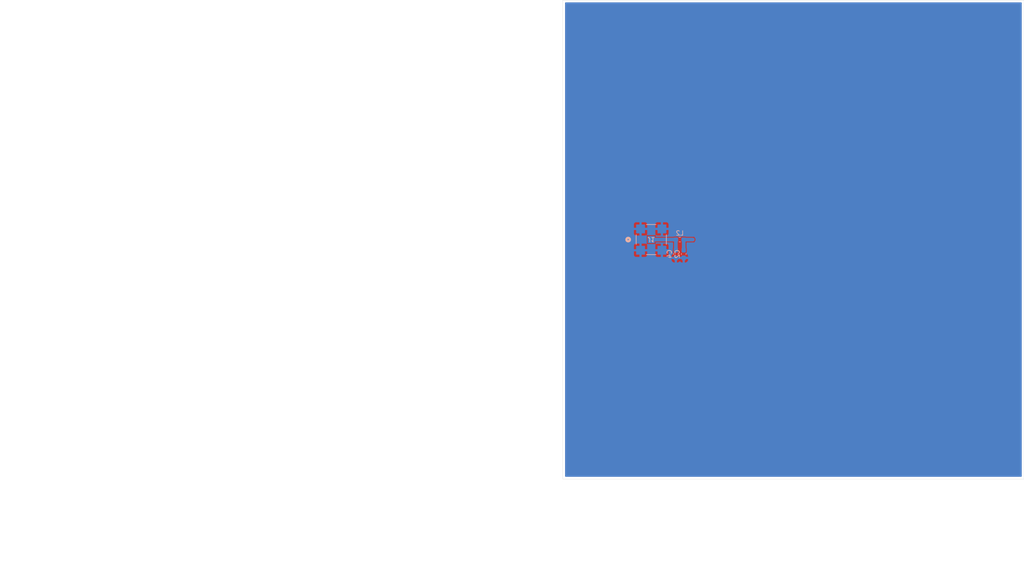
<source format=kicad_pcb>
(kicad_pcb (version 20241229) (generator "pcbnew") (generator_version "9.0")
  (layers (0 "F.Cu" signal) (2 "B.Cu" signal) (13 "F.Paste" user) (15 "B.Paste" user) (5 "F.SilkS" user "F.Silkscreen") (7 "B.SilkS" user "B.Silkscreen") (1 "F.Mask" user) (3 "B.Mask" user) (25 "Edge.Cuts" user))
  (net 0 "")
  (net 1 "GND")
  (net 2 "/RF_IN")
  (net 3 "/Antenna_In")
  (footprint "Inductor_SMD:L_0603_1608Metric_Pad1.05x0.95mm_HandSolder" (layer "B.Cu") (at 199.725 125 180)
    (property "Reference" "L2" (at 0 1.43 180) (layer "B.SilkS") (effects (justify mirror)))
    (property "Value" "DNI")
    (fp_line (start -0.171267 0.51) (end 0.171267 0.51) (stroke (width 0.12)) (layer "B.SilkS"))
    (fp_line (start -0.171267 -0.51) (end 0.171267 -0.51) (stroke (width 0.12)) (layer "B.SilkS"))
    (pad "1" smd roundrect (at -0.875 0 180) (size 1.05 0.95) (layers "B.Cu" "B.Mask" "B.Paste") (net 2 "/RF_IN"))
    (pad "2" smd roundrect (at 0.875 0 180) (size 1.05 0.95) (layers "B.Cu" "B.Mask" "B.Paste") (net 3 "/Antenna_In"))
  )
  (footprint "Capacitor_SMD:C_0603_1608Metric_Pad1.08x0.95mm_HandSolder" (layer "B.Cu") (at 200.6 128.2125 -90)
    (property "Reference" "C2" (at 0 1.43 90) (layer "B.SilkS") (effects (justify mirror)))
    (property "Value" "DNI")
    (fp_line (start -0.146267 0.51) (end 0.146267 0.51) (stroke (width 0.12)) (layer "B.SilkS"))
    (fp_line (start -0.146267 -0.51) (end 0.146267 -0.51) (stroke (width 0.12)) (layer "B.SilkS"))
    (pad "1" smd roundrect (at -0.8625 0 270) (size 1.075 0.95) (layers "B.Cu" "B.Mask" "B.Paste") (net 2 "/RF_IN"))
    (pad "2" smd roundrect (at 0.8625 0 270) (size 1.075 0.95) (layers "B.Cu" "B.Mask" "B.Paste") (net 1 "GND"))
  )
  (footprint "SMA-CONN:CONN_732511350_MOL" (layer "B.Cu") (at 193.3751 125)
    (property "Reference" "J1" (at 0 0 180) (layer "B.SilkS") (effects (justify mirror)))
    (property "Value" "Conn_Coaxial")
    (fp_line (start -3.3528 1.06426) (end -3.3528 -1.06426) (stroke (width 0.1524)) (layer "B.SilkS"))
    (fp_line (start -1.06426 -3.3528) (end 1.06426 -3.3528) (stroke (width 0.1524)) (layer "B.SilkS"))
    (fp_line (start 1.06426 3.3528) (end -1.06426 3.3528) (stroke (width 0.1524)) (layer "B.SilkS"))
    (fp_line (start 3.3528 -1.06426) (end 3.3528 1.06426) (stroke (width 0.1524)) (layer "B.SilkS"))
    (fp_circle (center -5.1308 0) (end -4.7498 0) (stroke (width 0.508)) (fill no) (layer "B.SilkS"))
    (pad "1" smd rect (at 0 0) (size 1.5748 1.5748) (layers "B.Cu" "B.Mask" "B.Paste") (net 3 "/Antenna_In"))
    (pad "2" smd rect (at -2.3749 -2.3749 270) (size 1.9558 1.9558) (layers "B.Cu" "B.Mask" "B.Paste") (net 1 "GND"))
    (pad "2" smd rect (at -2.3749 2.3749 270) (size 1.9558 1.9558) (layers "B.Cu" "B.Mask" "B.Paste") (net 1 "GND"))
    (pad "2" smd rect (at 2.3749 -2.3749 270) (size 1.9558 1.9558) (layers "B.Cu" "B.Mask" "B.Paste") (net 1 "GND"))
    (pad "2" smd rect (at 2.3749 2.3749 270) (size 1.9558 1.9558) (layers "B.Cu" "B.Mask" "B.Paste") (net 1 "GND"))
  )
  (footprint "Capacitor_SMD:C_0603_1608Metric_Pad1.08x0.95mm_HandSolder" (layer "B.Cu") (at 198.85 128.2125 -90)
    (property "Reference" "C4" (at 0 1.43 90) (layer "B.SilkS") (effects (justify mirror)))
    (property "Value" "DNI")
    (fp_line (start -0.146267 0.51) (end 0.146267 0.51) (stroke (width 0.12)) (layer "B.SilkS"))
    (fp_line (start -0.146267 -0.51) (end 0.146267 -0.51) (stroke (width 0.12)) (layer "B.SilkS"))
    (pad "1" smd roundrect (at -0.8625 0 270) (size 1.075 0.95) (layers "B.Cu" "B.Mask" "B.Paste") (net 3 "/Antenna_In"))
    (pad "2" smd roundrect (at 0.8625 0 270) (size 1.075 0.95) (layers "B.Cu" "B.Mask" "B.Paste") (net 1 "GND"))
  )
  (gr_rect (start 173.705 71.73) (end 276.295 178.27) (stroke (width 0.05)) (fill no) (layer "Edge.Cuts"))
  (via (at 202.61 125) (size 0.7) (drill 0.001) (layers "F.Cu" "B.Cu") (net 2))
  (segment (start 200.6 125) (end 200.6 127.35) (width 0.825) (layer "B.Cu") (net 2))
  (segment (start 200.6 125) (end 202.61 125) (width 0.825) (layer "B.Cu") (net 2))
  (segment (start 193.3751 125) (end 198.85 125) (width 0.825) (layer "B.Cu") (net 3))
  (segment (start 198.85 125) (end 198.85 127.35) (width 0.825) (layer "B.Cu") (net 3))
  (zone (net 2) (net_name "/RF_IN") (layer "F.Cu") (connect_pads (clearance 0.5)) (min_thickness 0.25) (fill yes (thermal_gap 0.5) (thermal_bridge_width 0.5))
    (polygon (pts (xy 188.43 74.175) (xy 261.57 74.175) (xy 261.57 175.825) (xy 188.43 175.825)))
  )
  (zone (net 1) (net_name "GND") (layer "B.Cu") (priority 1) (connect_pads (clearance 0)) (min_thickness 0.25) (fill yes (thermal_gap 0.5) (thermal_bridge_width 0.5))
    (polygon (pts (xy 276.295 178.27) (xy 173.705 178.27) (xy 173.705 71.73) (xy 276.295 71.73)))
    (polygon (pts (xy 194.1009 125.6125) (xy 198.2375 125.6125) (xy 198.2375 127.9375) (xy 199.4625 127.9375) (xy 199.4625 125.6125) (xy 200 125.6125) (xy 200 127.935) (xy 201.2 127.935) (xy 201.2 125.6125) (xy 203.0009 125.6125) (xy 203.0009 124.3875) (xy 199.4625 124.3875) (xy 198.2375 124.3875) (xy 194.1009 124.3875)))
  )
)
</source>
